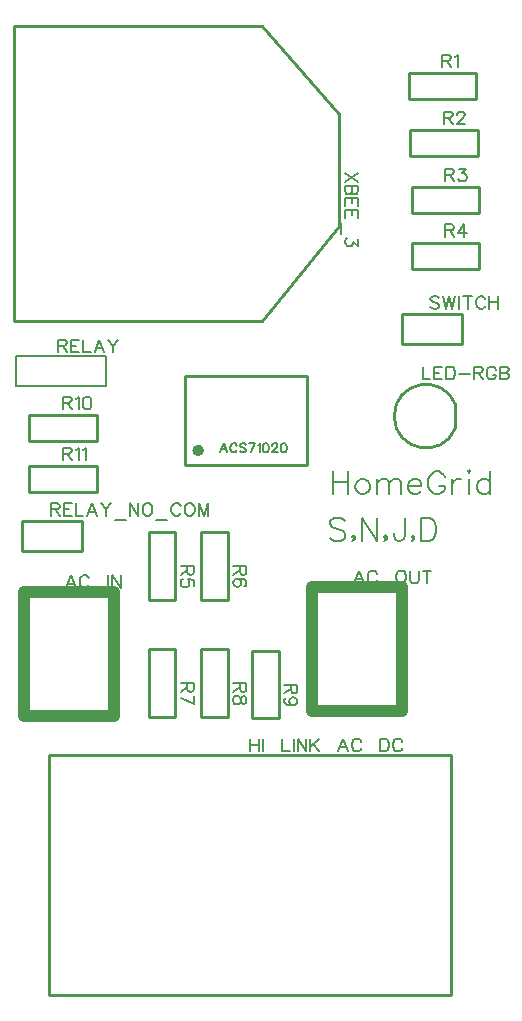
<source format=gto>
G04 Layer: TopSilkLayer*
G04 EasyEDA v6.4.25, 2021-11-26T11:29:21--8:00*
G04 ba2494323d054017aa17e43c7504b7a8,82b849d010ff45bfbede6d5bbb018b0e,10*
G04 Gerber Generator version 0.2*
G04 Scale: 100 percent, Rotated: No, Reflected: No *
G04 Dimensions in millimeters *
G04 leading zeros omitted , absolute positions ,4 integer and 5 decimal *
%FSLAX45Y45*%
%MOMM*%

%ADD10C,0.2540*%
%ADD22C,0.2032*%
%ADD23C,0.2030*%
%ADD24C,1.0000*%
%ADD25C,0.5000*%
%ADD26C,0.1524*%

%LPD*%
D22*
X3632200Y5843778D02*
G01*
X3632200Y5649976D01*
X3761486Y5843778D02*
G01*
X3761486Y5649976D01*
X3632200Y5751576D02*
G01*
X3761486Y5751576D01*
X3868674Y5779262D02*
G01*
X3850131Y5769863D01*
X3831590Y5751576D01*
X3822445Y5723889D01*
X3822445Y5705347D01*
X3831590Y5677662D01*
X3850131Y5659120D01*
X3868674Y5649976D01*
X3896359Y5649976D01*
X3914902Y5659120D01*
X3933190Y5677662D01*
X3942588Y5705347D01*
X3942588Y5723889D01*
X3933190Y5751576D01*
X3914902Y5769863D01*
X3896359Y5779262D01*
X3868674Y5779262D01*
X4003547Y5779262D02*
G01*
X4003547Y5649976D01*
X4003547Y5742178D02*
G01*
X4031234Y5769863D01*
X4049775Y5779262D01*
X4077461Y5779262D01*
X4095750Y5769863D01*
X4105147Y5742178D01*
X4105147Y5649976D01*
X4105147Y5742178D02*
G01*
X4132834Y5769863D01*
X4151375Y5779262D01*
X4179061Y5779262D01*
X4197350Y5769863D01*
X4206747Y5742178D01*
X4206747Y5649976D01*
X4267708Y5723889D02*
G01*
X4378452Y5723889D01*
X4378452Y5742178D01*
X4369308Y5760720D01*
X4359909Y5769863D01*
X4341622Y5779262D01*
X4313936Y5779262D01*
X4295393Y5769863D01*
X4276852Y5751576D01*
X4267708Y5723889D01*
X4267708Y5705347D01*
X4276852Y5677662D01*
X4295393Y5659120D01*
X4313936Y5649976D01*
X4341622Y5649976D01*
X4359909Y5659120D01*
X4378452Y5677662D01*
X4578095Y5797550D02*
G01*
X4568697Y5816092D01*
X4550409Y5834634D01*
X4531868Y5843778D01*
X4494784Y5843778D01*
X4476495Y5834634D01*
X4457954Y5816092D01*
X4448809Y5797550D01*
X4439411Y5769863D01*
X4439411Y5723889D01*
X4448809Y5695950D01*
X4457954Y5677662D01*
X4476495Y5659120D01*
X4494784Y5649976D01*
X4531868Y5649976D01*
X4550409Y5659120D01*
X4568697Y5677662D01*
X4578095Y5695950D01*
X4578095Y5723889D01*
X4531868Y5723889D02*
G01*
X4578095Y5723889D01*
X4639056Y5779262D02*
G01*
X4639056Y5649976D01*
X4639056Y5723889D02*
G01*
X4648200Y5751576D01*
X4666741Y5769863D01*
X4685029Y5779262D01*
X4712970Y5779262D01*
X4773929Y5843778D02*
G01*
X4783074Y5834634D01*
X4792218Y5843778D01*
X4783074Y5853176D01*
X4773929Y5843778D01*
X4783074Y5779262D02*
G01*
X4783074Y5649976D01*
X4964175Y5843778D02*
G01*
X4964175Y5649976D01*
X4964175Y5751576D02*
G01*
X4945634Y5769863D01*
X4927091Y5779262D01*
X4899406Y5779262D01*
X4880863Y5769863D01*
X4862575Y5751576D01*
X4853177Y5723889D01*
X4853177Y5705347D01*
X4862575Y5677662D01*
X4880863Y5659120D01*
X4899406Y5649976D01*
X4927091Y5649976D01*
X4945634Y5659120D01*
X4964175Y5677662D01*
X3736086Y5422392D02*
G01*
X3717543Y5440934D01*
X3689858Y5450078D01*
X3653027Y5450078D01*
X3625341Y5440934D01*
X3606800Y5422392D01*
X3606800Y5403850D01*
X3615943Y5385562D01*
X3625341Y5376163D01*
X3643629Y5367020D01*
X3699256Y5348478D01*
X3717543Y5339334D01*
X3726941Y5330189D01*
X3736086Y5311647D01*
X3736086Y5283962D01*
X3717543Y5265420D01*
X3689858Y5256276D01*
X3653027Y5256276D01*
X3625341Y5265420D01*
X3606800Y5283962D01*
X3815588Y5293105D02*
G01*
X3806190Y5283962D01*
X3797045Y5293105D01*
X3806190Y5302250D01*
X3815588Y5293105D01*
X3815588Y5274563D01*
X3797045Y5256276D01*
X3876547Y5450078D02*
G01*
X3876547Y5256276D01*
X3876547Y5450078D02*
G01*
X4005834Y5256276D01*
X4005834Y5450078D02*
G01*
X4005834Y5256276D01*
X4085336Y5293105D02*
G01*
X4075938Y5283962D01*
X4066793Y5293105D01*
X4075938Y5302250D01*
X4085336Y5293105D01*
X4085336Y5274563D01*
X4066793Y5256276D01*
X4238497Y5450078D02*
G01*
X4238497Y5302250D01*
X4229354Y5274563D01*
X4220209Y5265420D01*
X4201668Y5256276D01*
X4183125Y5256276D01*
X4164584Y5265420D01*
X4155440Y5274563D01*
X4146295Y5302250D01*
X4146295Y5320792D01*
X4318000Y5293105D02*
G01*
X4308856Y5283962D01*
X4299458Y5293105D01*
X4308856Y5302250D01*
X4318000Y5293105D01*
X4318000Y5274563D01*
X4299458Y5256276D01*
X4378959Y5450078D02*
G01*
X4378959Y5256276D01*
X4378959Y5450078D02*
G01*
X4443729Y5450078D01*
X4471415Y5440934D01*
X4489704Y5422392D01*
X4499102Y5403850D01*
X4508245Y5376163D01*
X4508245Y5330189D01*
X4499102Y5302250D01*
X4489704Y5283962D01*
X4471415Y5265420D01*
X4443729Y5256276D01*
X4378959Y5256276D01*
D26*
X3842765Y8369300D02*
G01*
X3733800Y8296655D01*
X3842765Y8296655D02*
G01*
X3733800Y8369300D01*
X3842765Y8262365D02*
G01*
X3733800Y8262365D01*
X3842765Y8262365D02*
G01*
X3842765Y8215629D01*
X3837686Y8199881D01*
X3832352Y8194802D01*
X3821938Y8189468D01*
X3811524Y8189468D01*
X3801109Y8194802D01*
X3796029Y8199881D01*
X3790950Y8215629D01*
X3790950Y8262365D02*
G01*
X3790950Y8215629D01*
X3785615Y8199881D01*
X3780536Y8194802D01*
X3770122Y8189468D01*
X3754374Y8189468D01*
X3743959Y8194802D01*
X3738879Y8199881D01*
X3733800Y8215629D01*
X3733800Y8262365D01*
X3842765Y8155178D02*
G01*
X3733800Y8155178D01*
X3842765Y8155178D02*
G01*
X3842765Y8087613D01*
X3790950Y8155178D02*
G01*
X3790950Y8113776D01*
X3733800Y8155178D02*
G01*
X3733800Y8087613D01*
X3842765Y8053323D02*
G01*
X3733800Y8053323D01*
X3842765Y8053323D02*
G01*
X3842765Y7985760D01*
X3790950Y8053323D02*
G01*
X3790950Y8011921D01*
X3733800Y8053323D02*
G01*
X3733800Y7985760D01*
X3697224Y7951470D02*
G01*
X3697224Y7857997D01*
X3842765Y7813294D02*
G01*
X3842765Y7756144D01*
X3801109Y7787386D01*
X3801109Y7771892D01*
X3796029Y7761478D01*
X3790950Y7756144D01*
X3775202Y7751063D01*
X3764788Y7751063D01*
X3749293Y7756144D01*
X3738879Y7766558D01*
X3733800Y7782305D01*
X3733800Y7797800D01*
X3738879Y7813294D01*
X3743959Y7818628D01*
X3754374Y7823708D01*
X1346200Y6478015D02*
G01*
X1346200Y6369050D01*
X1346200Y6478015D02*
G01*
X1392936Y6478015D01*
X1408429Y6472936D01*
X1413763Y6467602D01*
X1418844Y6457187D01*
X1418844Y6446773D01*
X1413763Y6436360D01*
X1408429Y6431279D01*
X1392936Y6426200D01*
X1346200Y6426200D01*
X1382521Y6426200D02*
G01*
X1418844Y6369050D01*
X1453134Y6457187D02*
G01*
X1463547Y6462521D01*
X1479295Y6478015D01*
X1479295Y6369050D01*
X1544573Y6478015D02*
G01*
X1529079Y6472936D01*
X1518665Y6457187D01*
X1513586Y6431279D01*
X1513586Y6415786D01*
X1518665Y6389623D01*
X1529079Y6374129D01*
X1544573Y6369050D01*
X1554987Y6369050D01*
X1570736Y6374129D01*
X1581150Y6389623D01*
X1586229Y6415786D01*
X1586229Y6431279D01*
X1581150Y6457187D01*
X1570736Y6472936D01*
X1554987Y6478015D01*
X1544573Y6478015D01*
X1244600Y5576315D02*
G01*
X1244600Y5467350D01*
X1244600Y5576315D02*
G01*
X1291336Y5576315D01*
X1306829Y5571236D01*
X1312163Y5565902D01*
X1317244Y5555487D01*
X1317244Y5545073D01*
X1312163Y5534660D01*
X1306829Y5529579D01*
X1291336Y5524500D01*
X1244600Y5524500D01*
X1280921Y5524500D02*
G01*
X1317244Y5467350D01*
X1351534Y5576315D02*
G01*
X1351534Y5467350D01*
X1351534Y5576315D02*
G01*
X1419097Y5576315D01*
X1351534Y5524500D02*
G01*
X1393189Y5524500D01*
X1351534Y5467350D02*
G01*
X1419097Y5467350D01*
X1453387Y5576315D02*
G01*
X1453387Y5467350D01*
X1453387Y5467350D02*
G01*
X1515871Y5467350D01*
X1591563Y5576315D02*
G01*
X1550162Y5467350D01*
X1591563Y5576315D02*
G01*
X1633220Y5467350D01*
X1565655Y5503671D02*
G01*
X1617726Y5503671D01*
X1667510Y5576315D02*
G01*
X1709165Y5524500D01*
X1709165Y5467350D01*
X1750568Y5576315D02*
G01*
X1709165Y5524500D01*
X1784857Y5430773D02*
G01*
X1878329Y5430773D01*
X1912620Y5576315D02*
G01*
X1912620Y5467350D01*
X1912620Y5576315D02*
G01*
X1985518Y5467350D01*
X1985518Y5576315D02*
G01*
X1985518Y5467350D01*
X2051050Y5576315D02*
G01*
X2040636Y5571236D01*
X2030222Y5560821D01*
X2024888Y5550407D01*
X2019808Y5534660D01*
X2019808Y5508752D01*
X2024888Y5493257D01*
X2030222Y5482844D01*
X2040636Y5472429D01*
X2051050Y5467350D01*
X2071624Y5467350D01*
X2082038Y5472429D01*
X2092452Y5482844D01*
X2097786Y5493257D01*
X2102865Y5508752D01*
X2102865Y5534660D01*
X2097786Y5550407D01*
X2092452Y5560821D01*
X2082038Y5571236D01*
X2071624Y5576315D01*
X2051050Y5576315D01*
X2137156Y5430773D02*
G01*
X2230627Y5430773D01*
X2342895Y5550407D02*
G01*
X2337815Y5560821D01*
X2327402Y5571236D01*
X2316988Y5576315D01*
X2296159Y5576315D01*
X2285745Y5571236D01*
X2275331Y5560821D01*
X2270252Y5550407D01*
X2264918Y5534660D01*
X2264918Y5508752D01*
X2270252Y5493257D01*
X2275331Y5482844D01*
X2285745Y5472429D01*
X2296159Y5467350D01*
X2316988Y5467350D01*
X2327402Y5472429D01*
X2337815Y5482844D01*
X2342895Y5493257D01*
X2408427Y5576315D02*
G01*
X2398013Y5571236D01*
X2387600Y5560821D01*
X2382520Y5550407D01*
X2377186Y5534660D01*
X2377186Y5508752D01*
X2382520Y5493257D01*
X2387600Y5482844D01*
X2398013Y5472429D01*
X2408427Y5467350D01*
X2429256Y5467350D01*
X2439670Y5472429D01*
X2449829Y5482844D01*
X2455163Y5493257D01*
X2460243Y5508752D01*
X2460243Y5534660D01*
X2455163Y5550407D01*
X2449829Y5560821D01*
X2439670Y5571236D01*
X2429256Y5576315D01*
X2408427Y5576315D01*
X2494534Y5576315D02*
G01*
X2494534Y5467350D01*
X2494534Y5576315D02*
G01*
X2536190Y5467350D01*
X2577845Y5576315D02*
G01*
X2536190Y5467350D01*
X2577845Y5576315D02*
G01*
X2577845Y5467350D01*
X4530343Y7313421D02*
G01*
X4519929Y7323836D01*
X4504436Y7328915D01*
X4483608Y7328915D01*
X4468113Y7323836D01*
X4457700Y7313421D01*
X4457700Y7303008D01*
X4462779Y7292594D01*
X4468113Y7287260D01*
X4478527Y7282179D01*
X4509770Y7271765D01*
X4519929Y7266686D01*
X4525263Y7261352D01*
X4530343Y7250937D01*
X4530343Y7235444D01*
X4519929Y7225029D01*
X4504436Y7219950D01*
X4483608Y7219950D01*
X4468113Y7225029D01*
X4457700Y7235444D01*
X4564634Y7328915D02*
G01*
X4590795Y7219950D01*
X4616704Y7328915D02*
G01*
X4590795Y7219950D01*
X4616704Y7328915D02*
G01*
X4642611Y7219950D01*
X4668520Y7328915D02*
G01*
X4642611Y7219950D01*
X4702809Y7328915D02*
G01*
X4702809Y7219950D01*
X4773675Y7328915D02*
G01*
X4773675Y7219950D01*
X4737100Y7328915D02*
G01*
X4809997Y7328915D01*
X4922265Y7303008D02*
G01*
X4916931Y7313421D01*
X4906518Y7323836D01*
X4896104Y7328915D01*
X4875529Y7328915D01*
X4865115Y7323836D01*
X4854702Y7313421D01*
X4849368Y7303008D01*
X4844288Y7287260D01*
X4844288Y7261352D01*
X4849368Y7245858D01*
X4854702Y7235444D01*
X4865115Y7225029D01*
X4875529Y7219950D01*
X4896104Y7219950D01*
X4906518Y7225029D01*
X4916931Y7235444D01*
X4922265Y7245858D01*
X4956556Y7328915D02*
G01*
X4956556Y7219950D01*
X5029200Y7328915D02*
G01*
X5029200Y7219950D01*
X4956556Y7277100D02*
G01*
X5029200Y7277100D01*
X2933700Y3582415D02*
G01*
X2933700Y3473450D01*
X3006343Y3582415D02*
G01*
X3006343Y3473450D01*
X2933700Y3530600D02*
G01*
X3006343Y3530600D01*
X3040634Y3582415D02*
G01*
X3040634Y3473450D01*
X3074924Y3436873D02*
G01*
X3168650Y3436873D01*
X3202940Y3582415D02*
G01*
X3202940Y3473450D01*
X3202940Y3473450D02*
G01*
X3265170Y3473450D01*
X3299459Y3582415D02*
G01*
X3299459Y3473450D01*
X3333750Y3582415D02*
G01*
X3333750Y3473450D01*
X3333750Y3582415D02*
G01*
X3406393Y3473450D01*
X3406393Y3582415D02*
G01*
X3406393Y3473450D01*
X3440684Y3582415D02*
G01*
X3440684Y3473450D01*
X3513581Y3582415D02*
G01*
X3440684Y3509771D01*
X3466845Y3535679D02*
G01*
X3513581Y3473450D01*
X3547872Y3436873D02*
G01*
X3641343Y3436873D01*
X3717290Y3582415D02*
G01*
X3675634Y3473450D01*
X3717290Y3582415D02*
G01*
X3758691Y3473450D01*
X3691127Y3509771D02*
G01*
X3743197Y3509771D01*
X3870959Y3556507D02*
G01*
X3865879Y3566921D01*
X3855465Y3577336D01*
X3845052Y3582415D01*
X3824224Y3582415D01*
X3813809Y3577336D01*
X3803395Y3566921D01*
X3798315Y3556507D01*
X3792981Y3540760D01*
X3792981Y3514852D01*
X3798315Y3499357D01*
X3803395Y3488944D01*
X3813809Y3478529D01*
X3824224Y3473450D01*
X3845052Y3473450D01*
X3855465Y3478529D01*
X3865879Y3488944D01*
X3870959Y3499357D01*
X3905250Y3436873D02*
G01*
X3998722Y3436873D01*
X4033011Y3582415D02*
G01*
X4033011Y3473450D01*
X4033011Y3582415D02*
G01*
X4069334Y3582415D01*
X4085081Y3577336D01*
X4095495Y3566921D01*
X4100575Y3556507D01*
X4105909Y3540760D01*
X4105909Y3514852D01*
X4100575Y3499357D01*
X4095495Y3488944D01*
X4085081Y3478529D01*
X4069334Y3473450D01*
X4033011Y3473450D01*
X4217924Y3556507D02*
G01*
X4212843Y3566921D01*
X4202429Y3577336D01*
X4192015Y3582415D01*
X4171188Y3582415D01*
X4160774Y3577336D01*
X4150359Y3566921D01*
X4145279Y3556507D01*
X4140200Y3540760D01*
X4140200Y3514852D01*
X4145279Y3499357D01*
X4150359Y3488944D01*
X4160774Y3478529D01*
X4171188Y3473450D01*
X4192015Y3473450D01*
X4202429Y3478529D01*
X4212843Y3488944D01*
X4217924Y3499357D01*
X4394200Y6732015D02*
G01*
X4394200Y6623050D01*
X4394200Y6623050D02*
G01*
X4456429Y6623050D01*
X4490720Y6732015D02*
G01*
X4490720Y6623050D01*
X4490720Y6732015D02*
G01*
X4558284Y6732015D01*
X4490720Y6680200D02*
G01*
X4532375Y6680200D01*
X4490720Y6623050D02*
G01*
X4558284Y6623050D01*
X4592574Y6732015D02*
G01*
X4592574Y6623050D01*
X4592574Y6732015D02*
G01*
X4629150Y6732015D01*
X4644643Y6726936D01*
X4655058Y6716521D01*
X4660138Y6706108D01*
X4665472Y6690360D01*
X4665472Y6664452D01*
X4660138Y6648958D01*
X4655058Y6638544D01*
X4644643Y6628129D01*
X4629150Y6623050D01*
X4592574Y6623050D01*
X4699761Y6669786D02*
G01*
X4793234Y6669786D01*
X4827524Y6732015D02*
G01*
X4827524Y6623050D01*
X4827524Y6732015D02*
G01*
X4874259Y6732015D01*
X4889754Y6726936D01*
X4895088Y6721602D01*
X4900168Y6711187D01*
X4900168Y6700773D01*
X4895088Y6690360D01*
X4889754Y6685279D01*
X4874259Y6680200D01*
X4827524Y6680200D01*
X4863845Y6680200D02*
G01*
X4900168Y6623050D01*
X5012436Y6706108D02*
G01*
X5007356Y6716521D01*
X4996941Y6726936D01*
X4986527Y6732015D01*
X4965700Y6732015D01*
X4955286Y6726936D01*
X4944872Y6716521D01*
X4939791Y6706108D01*
X4934458Y6690360D01*
X4934458Y6664452D01*
X4939791Y6648958D01*
X4944872Y6638544D01*
X4955286Y6628129D01*
X4965700Y6623050D01*
X4986527Y6623050D01*
X4996941Y6628129D01*
X5007356Y6638544D01*
X5012436Y6648958D01*
X5012436Y6664452D01*
X4986527Y6664452D02*
G01*
X5012436Y6664452D01*
X5046725Y6732015D02*
G01*
X5046725Y6623050D01*
X5046725Y6732015D02*
G01*
X5093461Y6732015D01*
X5109209Y6726936D01*
X5114290Y6721602D01*
X5119370Y6711187D01*
X5119370Y6700773D01*
X5114290Y6690360D01*
X5109209Y6685279D01*
X5093461Y6680200D01*
X5046725Y6680200D02*
G01*
X5093461Y6680200D01*
X5109209Y6674865D01*
X5114290Y6669786D01*
X5119370Y6659371D01*
X5119370Y6643623D01*
X5114290Y6633210D01*
X5109209Y6628129D01*
X5093461Y6623050D01*
X5046725Y6623050D01*
X1308100Y6960615D02*
G01*
X1308100Y6851650D01*
X1308100Y6960615D02*
G01*
X1354836Y6960615D01*
X1370329Y6955536D01*
X1375663Y6950202D01*
X1380744Y6939787D01*
X1380744Y6929373D01*
X1375663Y6918960D01*
X1370329Y6913879D01*
X1354836Y6908800D01*
X1308100Y6908800D01*
X1344421Y6908800D02*
G01*
X1380744Y6851650D01*
X1415034Y6960615D02*
G01*
X1415034Y6851650D01*
X1415034Y6960615D02*
G01*
X1482597Y6960615D01*
X1415034Y6908800D02*
G01*
X1456689Y6908800D01*
X1415034Y6851650D02*
G01*
X1482597Y6851650D01*
X1516887Y6960615D02*
G01*
X1516887Y6851650D01*
X1516887Y6851650D02*
G01*
X1579371Y6851650D01*
X1655063Y6960615D02*
G01*
X1613662Y6851650D01*
X1655063Y6960615D02*
G01*
X1696720Y6851650D01*
X1629155Y6887971D02*
G01*
X1681226Y6887971D01*
X1731010Y6960615D02*
G01*
X1772665Y6908800D01*
X1772665Y6851650D01*
X1814068Y6960615D02*
G01*
X1772665Y6908800D01*
X1413255Y4966715D02*
G01*
X1371600Y4857750D01*
X1413255Y4966715D02*
G01*
X1454657Y4857750D01*
X1387094Y4894071D02*
G01*
X1439163Y4894071D01*
X1566926Y4940807D02*
G01*
X1561845Y4951221D01*
X1551431Y4961636D01*
X1541018Y4966715D01*
X1520189Y4966715D01*
X1509776Y4961636D01*
X1499362Y4951221D01*
X1494281Y4940807D01*
X1488947Y4925060D01*
X1488947Y4899152D01*
X1494281Y4883657D01*
X1499362Y4873244D01*
X1509776Y4862829D01*
X1520189Y4857750D01*
X1541018Y4857750D01*
X1551431Y4862829D01*
X1561845Y4873244D01*
X1566926Y4883657D01*
X1601215Y4821173D02*
G01*
X1694687Y4821173D01*
X1728978Y4966715D02*
G01*
X1728978Y4857750D01*
X1763268Y4966715D02*
G01*
X1763268Y4857750D01*
X1763268Y4966715D02*
G01*
X1836165Y4857750D01*
X1836165Y4966715D02*
G01*
X1836165Y4857750D01*
X3851656Y5004815D02*
G01*
X3810000Y4895850D01*
X3851656Y5004815D02*
G01*
X3893058Y4895850D01*
X3825493Y4932171D02*
G01*
X3877563Y4932171D01*
X4005325Y4978907D02*
G01*
X4000245Y4989321D01*
X3989831Y4999736D01*
X3979418Y5004815D01*
X3958590Y5004815D01*
X3948175Y4999736D01*
X3937761Y4989321D01*
X3932681Y4978907D01*
X3927347Y4963160D01*
X3927347Y4937252D01*
X3932681Y4921757D01*
X3937761Y4911344D01*
X3948175Y4900929D01*
X3958590Y4895850D01*
X3979418Y4895850D01*
X3989831Y4900929D01*
X4000245Y4911344D01*
X4005325Y4921757D01*
X4039615Y4859273D02*
G01*
X4133088Y4859273D01*
X4198620Y5004815D02*
G01*
X4188206Y4999736D01*
X4177791Y4989321D01*
X4172711Y4978907D01*
X4167377Y4963160D01*
X4167377Y4937252D01*
X4172711Y4921757D01*
X4177791Y4911344D01*
X4188206Y4900929D01*
X4198620Y4895850D01*
X4219447Y4895850D01*
X4229861Y4900929D01*
X4240275Y4911344D01*
X4245356Y4921757D01*
X4250690Y4937252D01*
X4250690Y4963160D01*
X4245356Y4978907D01*
X4240275Y4989321D01*
X4229861Y4999736D01*
X4219447Y5004815D01*
X4198620Y5004815D01*
X4284979Y5004815D02*
G01*
X4284979Y4926837D01*
X4290059Y4911344D01*
X4300474Y4900929D01*
X4315968Y4895850D01*
X4326381Y4895850D01*
X4342129Y4900929D01*
X4352290Y4911344D01*
X4357624Y4926837D01*
X4357624Y5004815D01*
X4428236Y5004815D02*
G01*
X4428236Y4895850D01*
X4391913Y5004815D02*
G01*
X4464558Y5004815D01*
X4559300Y9373615D02*
G01*
X4559300Y9264650D01*
X4559300Y9373615D02*
G01*
X4606036Y9373615D01*
X4621529Y9368536D01*
X4626863Y9363202D01*
X4631943Y9352787D01*
X4631943Y9342374D01*
X4626863Y9331960D01*
X4621529Y9326879D01*
X4606036Y9321800D01*
X4559300Y9321800D01*
X4595622Y9321800D02*
G01*
X4631943Y9264650D01*
X4666234Y9352787D02*
G01*
X4676647Y9358121D01*
X4692395Y9373615D01*
X4692395Y9264650D01*
X4572000Y8891015D02*
G01*
X4572000Y8782050D01*
X4572000Y8891015D02*
G01*
X4618736Y8891015D01*
X4634229Y8885936D01*
X4639563Y8880602D01*
X4644643Y8870187D01*
X4644643Y8859774D01*
X4639563Y8849360D01*
X4634229Y8844279D01*
X4618736Y8839200D01*
X4572000Y8839200D01*
X4608322Y8839200D02*
G01*
X4644643Y8782050D01*
X4684268Y8865108D02*
G01*
X4684268Y8870187D01*
X4689347Y8880602D01*
X4694681Y8885936D01*
X4705095Y8891015D01*
X4725670Y8891015D01*
X4736084Y8885936D01*
X4741418Y8880602D01*
X4746497Y8870187D01*
X4746497Y8859774D01*
X4741418Y8849360D01*
X4731004Y8833865D01*
X4678934Y8782050D01*
X4751831Y8782050D01*
X4584700Y8408415D02*
G01*
X4584700Y8299450D01*
X4584700Y8408415D02*
G01*
X4631436Y8408415D01*
X4646929Y8403336D01*
X4652263Y8398002D01*
X4657343Y8387587D01*
X4657343Y8377173D01*
X4652263Y8366760D01*
X4646929Y8361679D01*
X4631436Y8356600D01*
X4584700Y8356600D01*
X4621022Y8356600D02*
G01*
X4657343Y8299450D01*
X4702047Y8408415D02*
G01*
X4759197Y8408415D01*
X4728209Y8366760D01*
X4743704Y8366760D01*
X4754118Y8361679D01*
X4759197Y8356600D01*
X4764531Y8340852D01*
X4764531Y8330437D01*
X4759197Y8314944D01*
X4748784Y8304529D01*
X4733290Y8299450D01*
X4717795Y8299450D01*
X4702047Y8304529D01*
X4696968Y8309610D01*
X4691634Y8320023D01*
X4584700Y7938515D02*
G01*
X4584700Y7829550D01*
X4584700Y7938515D02*
G01*
X4631436Y7938515D01*
X4646929Y7933436D01*
X4652263Y7928102D01*
X4657343Y7917687D01*
X4657343Y7907273D01*
X4652263Y7896860D01*
X4646929Y7891779D01*
X4631436Y7886700D01*
X4584700Y7886700D01*
X4621022Y7886700D02*
G01*
X4657343Y7829550D01*
X4743704Y7938515D02*
G01*
X4691634Y7865871D01*
X4769611Y7865871D01*
X4743704Y7938515D02*
G01*
X4743704Y7829550D01*
X2452115Y5041900D02*
G01*
X2343150Y5041900D01*
X2452115Y5041900D02*
G01*
X2452115Y4995163D01*
X2447036Y4979670D01*
X2441702Y4974336D01*
X2431288Y4969255D01*
X2420874Y4969255D01*
X2410459Y4974336D01*
X2405379Y4979670D01*
X2400300Y4995163D01*
X2400300Y5041900D01*
X2400300Y5005578D02*
G01*
X2343150Y4969255D01*
X2452115Y4872481D02*
G01*
X2452115Y4924552D01*
X2405379Y4929631D01*
X2410459Y4924552D01*
X2415793Y4908804D01*
X2415793Y4893310D01*
X2410459Y4877815D01*
X2400300Y4867402D01*
X2384552Y4862068D01*
X2374138Y4862068D01*
X2358643Y4867402D01*
X2348229Y4877815D01*
X2343150Y4893310D01*
X2343150Y4908804D01*
X2348229Y4924552D01*
X2353309Y4929631D01*
X2363724Y4934965D01*
X2896615Y5041900D02*
G01*
X2787650Y5041900D01*
X2896615Y5041900D02*
G01*
X2896615Y4995163D01*
X2891536Y4979670D01*
X2886202Y4974336D01*
X2875788Y4969255D01*
X2865374Y4969255D01*
X2854959Y4974336D01*
X2849879Y4979670D01*
X2844800Y4995163D01*
X2844800Y5041900D01*
X2844800Y5005578D02*
G01*
X2787650Y4969255D01*
X2881122Y4872481D02*
G01*
X2891536Y4877815D01*
X2896615Y4893310D01*
X2896615Y4903723D01*
X2891536Y4919218D01*
X2875788Y4929631D01*
X2849879Y4934965D01*
X2823972Y4934965D01*
X2803143Y4929631D01*
X2792729Y4919218D01*
X2787650Y4903723D01*
X2787650Y4898389D01*
X2792729Y4882895D01*
X2803143Y4872481D01*
X2818638Y4867402D01*
X2823972Y4867402D01*
X2839465Y4872481D01*
X2849879Y4882895D01*
X2854959Y4898389D01*
X2854959Y4903723D01*
X2849879Y4919218D01*
X2839465Y4929631D01*
X2823972Y4934965D01*
X2452115Y4051300D02*
G01*
X2343150Y4051300D01*
X2452115Y4051300D02*
G01*
X2452115Y4004563D01*
X2447036Y3989070D01*
X2441702Y3983736D01*
X2431288Y3978655D01*
X2420874Y3978655D01*
X2410459Y3983736D01*
X2405379Y3989070D01*
X2400300Y4004563D01*
X2400300Y4051300D01*
X2400300Y4014978D02*
G01*
X2343150Y3978655D01*
X2452115Y3871468D02*
G01*
X2343150Y3923537D01*
X2452115Y3944365D02*
G01*
X2452115Y3871468D01*
X2896615Y4051300D02*
G01*
X2787650Y4051300D01*
X2896615Y4051300D02*
G01*
X2896615Y4004563D01*
X2891536Y3989070D01*
X2886202Y3983736D01*
X2875788Y3978655D01*
X2865374Y3978655D01*
X2854959Y3983736D01*
X2849879Y3989070D01*
X2844800Y4004563D01*
X2844800Y4051300D01*
X2844800Y4014978D02*
G01*
X2787650Y3978655D01*
X2896615Y3918204D02*
G01*
X2891536Y3933952D01*
X2881122Y3939031D01*
X2870708Y3939031D01*
X2860293Y3933952D01*
X2854959Y3923537D01*
X2849879Y3902710D01*
X2844800Y3887215D01*
X2834386Y3876802D01*
X2823972Y3871468D01*
X2808224Y3871468D01*
X2797809Y3876802D01*
X2792729Y3881881D01*
X2787650Y3897629D01*
X2787650Y3918204D01*
X2792729Y3933952D01*
X2797809Y3939031D01*
X2808224Y3944365D01*
X2823972Y3944365D01*
X2834386Y3939031D01*
X2844800Y3928618D01*
X2849879Y3913123D01*
X2854959Y3892295D01*
X2860293Y3881881D01*
X2870708Y3876802D01*
X2881122Y3876802D01*
X2891536Y3881881D01*
X2896615Y3897629D01*
X2896615Y3918204D01*
X3328415Y4038600D02*
G01*
X3219450Y4038600D01*
X3328415Y4038600D02*
G01*
X3328415Y3991863D01*
X3323336Y3976370D01*
X3318002Y3971036D01*
X3307588Y3965955D01*
X3297174Y3965955D01*
X3286759Y3971036D01*
X3281679Y3976370D01*
X3276600Y3991863D01*
X3276600Y4038600D01*
X3276600Y4002278D02*
G01*
X3219450Y3965955D01*
X3292093Y3864102D02*
G01*
X3276600Y3869181D01*
X3266186Y3879595D01*
X3260852Y3895089D01*
X3260852Y3900423D01*
X3266186Y3915918D01*
X3276600Y3926331D01*
X3292093Y3931665D01*
X3297174Y3931665D01*
X3312922Y3926331D01*
X3323336Y3915918D01*
X3328415Y3900423D01*
X3328415Y3895089D01*
X3323336Y3879595D01*
X3312922Y3869181D01*
X3292093Y3864102D01*
X3266186Y3864102D01*
X3240024Y3869181D01*
X3224529Y3879595D01*
X3219450Y3895089D01*
X3219450Y3905504D01*
X3224529Y3921252D01*
X3234943Y3926331D01*
D22*
X2709339Y6081867D02*
G01*
X2679621Y6004397D01*
X2709339Y6081867D02*
G01*
X2738803Y6004397D01*
X2690797Y6030305D02*
G01*
X2727627Y6030305D01*
X2818559Y6063325D02*
G01*
X2815003Y6070945D01*
X2807637Y6078311D01*
X2800017Y6081867D01*
X2785285Y6081867D01*
X2777919Y6078311D01*
X2770553Y6070945D01*
X2766997Y6063325D01*
X2763187Y6052403D01*
X2763187Y6033861D01*
X2766997Y6022685D01*
X2770553Y6015319D01*
X2777919Y6007953D01*
X2785285Y6004397D01*
X2800017Y6004397D01*
X2807637Y6007953D01*
X2815003Y6015319D01*
X2818559Y6022685D01*
X2894759Y6070945D02*
G01*
X2887393Y6078311D01*
X2876217Y6081867D01*
X2861485Y6081867D01*
X2850309Y6078311D01*
X2842943Y6070945D01*
X2842943Y6063325D01*
X2846753Y6055959D01*
X2850309Y6052403D01*
X2857675Y6048593D01*
X2880027Y6041227D01*
X2887393Y6037671D01*
X2890949Y6033861D01*
X2894759Y6026495D01*
X2894759Y6015319D01*
X2887393Y6007953D01*
X2876217Y6004397D01*
X2861485Y6004397D01*
X2850309Y6007953D01*
X2842943Y6015319D01*
X2970705Y6081867D02*
G01*
X2933875Y6004397D01*
X2919143Y6081867D02*
G01*
X2970705Y6081867D01*
X2995089Y6067135D02*
G01*
X3002709Y6070945D01*
X3013631Y6081867D01*
X3013631Y6004397D01*
X3060113Y6081867D02*
G01*
X3049191Y6078311D01*
X3041825Y6067135D01*
X3038015Y6048593D01*
X3038015Y6037671D01*
X3041825Y6019129D01*
X3049191Y6007953D01*
X3060113Y6004397D01*
X3067733Y6004397D01*
X3078655Y6007953D01*
X3086021Y6019129D01*
X3089831Y6037671D01*
X3089831Y6048593D01*
X3086021Y6067135D01*
X3078655Y6078311D01*
X3067733Y6081867D01*
X3060113Y6081867D01*
X3117771Y6063325D02*
G01*
X3117771Y6067135D01*
X3121581Y6074501D01*
X3125137Y6078311D01*
X3132757Y6081867D01*
X3147489Y6081867D01*
X3154855Y6078311D01*
X3158411Y6074501D01*
X3162221Y6067135D01*
X3162221Y6059769D01*
X3158411Y6052403D01*
X3151045Y6041227D01*
X3114215Y6004397D01*
X3165777Y6004397D01*
X3212513Y6081867D02*
G01*
X3201337Y6078311D01*
X3193971Y6067135D01*
X3190161Y6048593D01*
X3190161Y6037671D01*
X3193971Y6019129D01*
X3201337Y6007953D01*
X3212513Y6004397D01*
X3219879Y6004397D01*
X3230801Y6007953D01*
X3238421Y6019129D01*
X3241977Y6037671D01*
X3241977Y6048593D01*
X3238421Y6067135D01*
X3230801Y6078311D01*
X3219879Y6081867D01*
X3212513Y6081867D01*
D26*
X1346200Y6046215D02*
G01*
X1346200Y5937250D01*
X1346200Y6046215D02*
G01*
X1392936Y6046215D01*
X1408429Y6041136D01*
X1413763Y6035802D01*
X1418844Y6025387D01*
X1418844Y6014973D01*
X1413763Y6004560D01*
X1408429Y5999479D01*
X1392936Y5994400D01*
X1346200Y5994400D01*
X1382521Y5994400D02*
G01*
X1418844Y5937250D01*
X1453134Y6025387D02*
G01*
X1463547Y6030721D01*
X1479295Y6046215D01*
X1479295Y5937250D01*
X1513586Y6025387D02*
G01*
X1524000Y6030721D01*
X1539494Y6046215D01*
X1539494Y5937250D01*
D10*
X930910Y9618979D02*
G01*
X930910Y7119620D01*
X930910Y7119620D02*
G01*
X3031490Y7119620D01*
X3031490Y7119620D02*
G01*
X3679190Y7919720D01*
X3679190Y7919720D02*
G01*
X3679190Y8869679D01*
X3679190Y8869679D02*
G01*
X3031490Y9618979D01*
X3031490Y9618979D02*
G01*
X930910Y9618979D01*
X1060450Y6321425D02*
G01*
X1631950Y6321425D01*
X1631950Y6099175D01*
X1060450Y6099175D01*
X1060450Y6321425D01*
X1003300Y5422900D02*
G01*
X1511300Y5422900D01*
X1511300Y5168900D01*
X1003300Y5168900D01*
X1003300Y5422900D01*
X4216400Y7175500D02*
G01*
X4724400Y7175500D01*
X4724400Y6921500D01*
X4216400Y6921500D01*
X4216400Y7175500D01*
X1231900Y3441700D02*
G01*
X1231900Y1409700D01*
X4635500Y1409700D01*
X4635500Y3441700D01*
X1257300Y3441700D01*
X1231900Y3441700D01*
X4668520Y6212839D02*
G01*
X4668520Y6410960D01*
D22*
X1143000Y6819900D02*
G01*
X952500Y6819900D01*
X952500Y6565900D01*
X1714500Y6565900D01*
X1714500Y6819900D01*
D23*
X1714500Y6819900D02*
G01*
X1143000Y6819900D01*
D24*
X1016000Y4826000D02*
G01*
X1775993Y4826000D01*
X1775993Y3775989D01*
X1016000Y3775989D01*
X1016000Y4826000D01*
X3454400Y4864100D02*
G01*
X4214393Y4864100D01*
X4214393Y3814089D01*
X3454400Y3814089D01*
X3454400Y4864100D01*
D10*
X4273550Y9217025D02*
G01*
X4845050Y9217025D01*
X4845050Y8994775D01*
X4273550Y8994775D01*
X4273550Y9217025D01*
X4286250Y8734425D02*
G01*
X4857750Y8734425D01*
X4857750Y8512175D01*
X4286250Y8512175D01*
X4286250Y8734425D01*
X4298950Y8251825D02*
G01*
X4870450Y8251825D01*
X4870450Y8029575D01*
X4298950Y8029575D01*
X4298950Y8251825D01*
X4298950Y7781925D02*
G01*
X4870450Y7781925D01*
X4870450Y7559675D01*
X4298950Y7559675D01*
X4298950Y7781925D01*
X2295525Y5327650D02*
G01*
X2295525Y4756150D01*
X2073275Y4756150D01*
X2073275Y5327650D01*
X2295525Y5327650D01*
X2740025Y5327650D02*
G01*
X2740025Y4756150D01*
X2517775Y4756150D01*
X2517775Y5327650D01*
X2740025Y5327650D01*
X2295525Y4337050D02*
G01*
X2295525Y3765550D01*
X2073275Y3765550D01*
X2073275Y4337050D01*
X2295525Y4337050D01*
X2740025Y4337050D02*
G01*
X2740025Y3765550D01*
X2517775Y3765550D01*
X2517775Y4337050D01*
X2740025Y4337050D01*
X3171825Y4324350D02*
G01*
X3171825Y3752850D01*
X2949575Y3752850D01*
X2949575Y4324350D01*
X3171825Y4324350D01*
X2382944Y6649417D02*
G01*
X3412939Y6649417D01*
X3412939Y5899406D01*
X2382944Y5899406D01*
X2382944Y6649417D01*
X1060450Y5889625D02*
G01*
X1631950Y5889625D01*
X1631950Y5667375D01*
X1060450Y5667375D01*
X1060450Y5889625D01*
G75*
G01*
X4669599Y6211900D02*
G02*
X4669599Y6411900I-249999J100000D01*
D25*
G75*
G01
X2515641Y6021705D02*
G03X2515641Y6021705I-24994J0D01*
M02*

</source>
